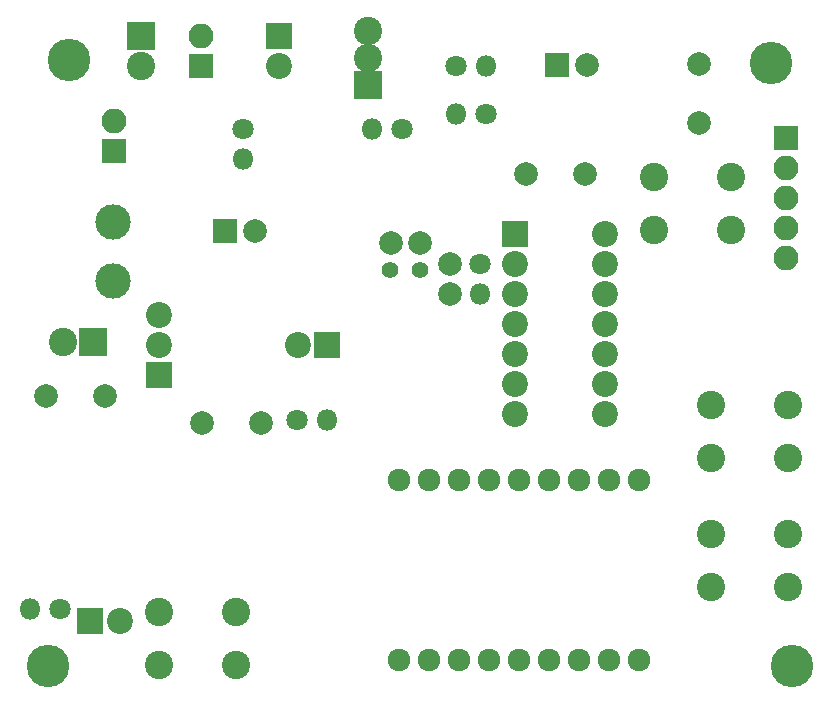
<source format=gbs>
G04 #@! TF.FileFunction,Soldermask,Bot*
%FSLAX46Y46*%
G04 Gerber Fmt 4.6, Leading zero omitted, Abs format (unit mm)*
G04 Created by KiCad (PCBNEW 4.0.7) date 06/25/18 21:51:06*
%MOMM*%
%LPD*%
G01*
G04 APERTURE LIST*
%ADD10C,0.150000*%
%ADD11C,1.924000*%
%ADD12C,1.800000*%
%ADD13O,1.800000X1.800000*%
%ADD14C,2.400000*%
%ADD15C,3.600000*%
%ADD16R,2.200000X2.200000*%
%ADD17C,2.200000*%
%ADD18R,2.000000X2.000000*%
%ADD19C,2.000000*%
%ADD20R,2.400000X2.400000*%
%ADD21R,2.100000X2.100000*%
%ADD22O,2.100000X2.100000*%
%ADD23C,1.400000*%
%ADD24C,3.000000*%
G04 APERTURE END LIST*
D10*
D11*
X74422000Y-70866000D03*
X71882000Y-70866000D03*
X69342000Y-70866000D03*
X66802000Y-70866000D03*
X64262000Y-70866000D03*
X76962000Y-70866000D03*
X79502000Y-70866000D03*
X82042000Y-70866000D03*
X84582000Y-70866000D03*
X74422000Y-86106000D03*
X71882000Y-86106000D03*
X69342000Y-86106000D03*
X66802000Y-86106000D03*
X64262000Y-86106000D03*
X76962000Y-86106000D03*
X79502000Y-86106000D03*
X82042000Y-86106000D03*
X84582000Y-86106000D03*
D12*
X71628000Y-39878000D03*
D13*
X69088000Y-39878000D03*
D14*
X90678000Y-79938000D03*
X90678000Y-75438000D03*
X97178000Y-79938000D03*
X97178000Y-75438000D03*
D15*
X97536000Y-86614000D03*
D16*
X43942000Y-61976000D03*
D17*
X43942000Y-59436000D03*
X43942000Y-56896000D03*
D18*
X49530000Y-49784000D03*
D19*
X52030000Y-49784000D03*
D14*
X90678000Y-69016000D03*
X90678000Y-64516000D03*
X97178000Y-69016000D03*
X97178000Y-64516000D03*
X43942000Y-86542000D03*
X43942000Y-82042000D03*
X50442000Y-86542000D03*
X50442000Y-82042000D03*
D18*
X77597000Y-35750500D03*
D19*
X80097000Y-35750500D03*
X80000000Y-45000000D03*
X75000000Y-45000000D03*
X89662000Y-40640000D03*
X89662000Y-35640000D03*
X66040000Y-50800000D03*
X63540000Y-50800000D03*
X68580000Y-55118000D03*
X68580000Y-52618000D03*
X39370000Y-63754000D03*
X34370000Y-63754000D03*
D16*
X58166000Y-59436000D03*
D17*
X55666000Y-59436000D03*
D16*
X54102000Y-33274000D03*
D17*
X54102000Y-35774000D03*
D20*
X42418000Y-33274000D03*
D14*
X42418000Y-35814000D03*
D20*
X38354000Y-59182000D03*
D14*
X35814000Y-59182000D03*
D21*
X40068500Y-43053000D03*
D22*
X40068500Y-40513000D03*
D21*
X47498000Y-35814000D03*
D22*
X47498000Y-33274000D03*
D21*
X97028000Y-41910000D03*
D22*
X97028000Y-44450000D03*
X97028000Y-46990000D03*
X97028000Y-49530000D03*
X97028000Y-52070000D03*
D16*
X38100000Y-82804000D03*
D17*
X40640000Y-82804000D03*
D20*
X61595000Y-37465000D03*
D14*
X61595000Y-35165000D03*
X61595000Y-32865000D03*
D12*
X51054000Y-41148000D03*
D13*
X51054000Y-43688000D03*
D12*
X64516000Y-41148000D03*
D13*
X61976000Y-41148000D03*
D12*
X69088000Y-35814000D03*
D13*
X71628000Y-35814000D03*
D12*
X71120000Y-52578000D03*
D13*
X71120000Y-55118000D03*
D12*
X35560000Y-81788000D03*
D13*
X33020000Y-81788000D03*
D14*
X85852000Y-49712000D03*
X85852000Y-45212000D03*
X92352000Y-49712000D03*
X92352000Y-45212000D03*
D16*
X74000000Y-50000000D03*
D17*
X74000000Y-52540000D03*
X74000000Y-55080000D03*
X74000000Y-57620000D03*
X74000000Y-60160000D03*
X74000000Y-62700000D03*
X74000000Y-65240000D03*
X81620000Y-65240000D03*
X81620000Y-62700000D03*
X81620000Y-60160000D03*
X81620000Y-57620000D03*
X81620000Y-55080000D03*
X81620000Y-52540000D03*
X81620000Y-50000000D03*
D23*
X63500000Y-53086000D03*
X66040000Y-53086000D03*
D12*
X55626000Y-65786000D03*
D13*
X58166000Y-65786000D03*
D24*
X40000000Y-49000000D03*
X40000000Y-54000000D03*
D19*
X52578000Y-66040000D03*
X47578000Y-66040000D03*
D15*
X95758000Y-35560000D03*
X36322000Y-35306000D03*
X34544000Y-86614000D03*
M02*

</source>
